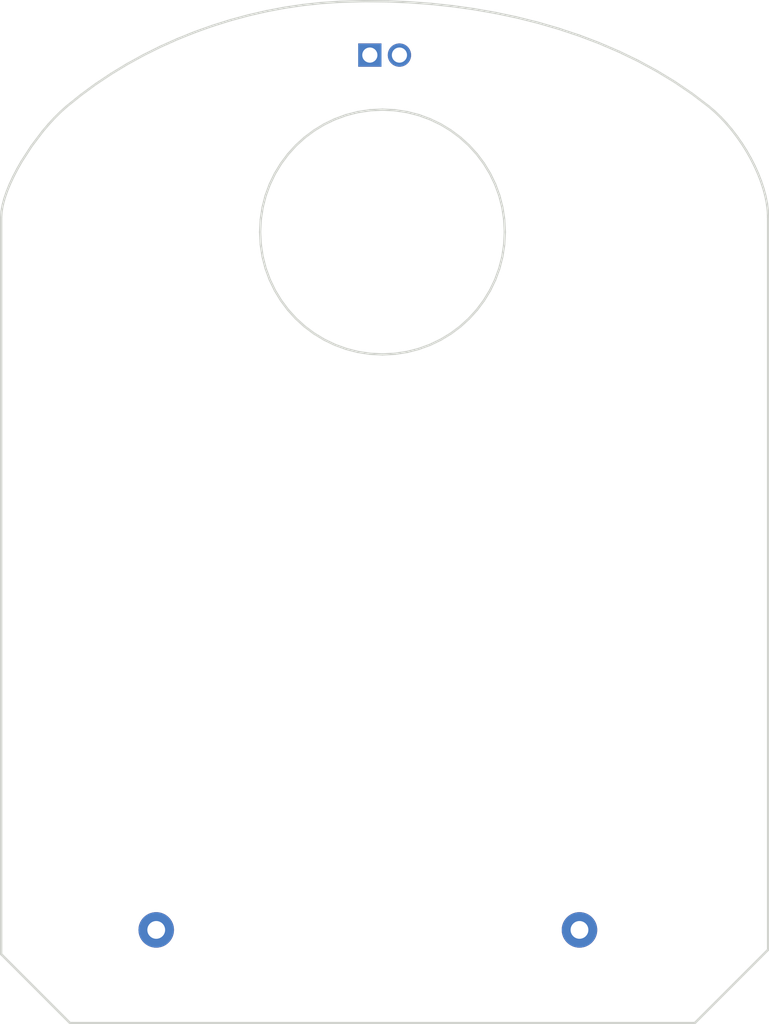
<source format=kicad_pcb>
(kicad_pcb (version 20171130) (host pcbnew "(5.1.5)-3")

  (general
    (thickness 1)
    (drawings 135)
    (tracks 0)
    (zones 0)
    (modules 3)
    (nets 1)
  )

  (page A4)
  (layers
    (0 F.Cu signal)
    (31 B.Cu signal)
    (32 B.Adhes user)
    (33 F.Adhes user)
    (34 B.Paste user)
    (35 F.Paste user)
    (36 B.SilkS user)
    (37 F.SilkS user)
    (38 B.Mask user)
    (39 F.Mask user)
    (40 Dwgs.User user)
    (41 Cmts.User user)
    (42 Eco1.User user)
    (43 Eco2.User user)
    (44 Edge.Cuts user)
    (45 Margin user)
    (46 B.CrtYd user)
    (47 F.CrtYd user)
    (48 B.Fab user)
    (49 F.Fab user)
  )

  (setup
    (last_trace_width 0.25)
    (trace_clearance 0.2)
    (zone_clearance 0.508)
    (zone_45_only no)
    (trace_min 0.2)
    (via_size 0.6)
    (via_drill 0.4)
    (via_min_size 0.4)
    (via_min_drill 0.3)
    (uvia_size 0.3)
    (uvia_drill 0.1)
    (uvias_allowed no)
    (uvia_min_size 0.2)
    (uvia_min_drill 0.1)
    (edge_width 0.15)
    (segment_width 0.2)
    (pcb_text_width 0.3)
    (pcb_text_size 1.5 1.5)
    (mod_edge_width 0.15)
    (mod_text_size 1 1)
    (mod_text_width 0.15)
    (pad_size 1.524 1.524)
    (pad_drill 0.762)
    (pad_to_mask_clearance 0.2)
    (aux_axis_origin 0 0)
    (visible_elements 7FFFFFFF)
    (pcbplotparams
      (layerselection 0x010f0_80000001)
      (usegerberextensions false)
      (usegerberattributes false)
      (usegerberadvancedattributes false)
      (creategerberjobfile false)
      (excludeedgelayer true)
      (linewidth 0.100000)
      (plotframeref false)
      (viasonmask false)
      (mode 1)
      (useauxorigin false)
      (hpglpennumber 1)
      (hpglpenspeed 20)
      (hpglpendiameter 15.000000)
      (psnegative false)
      (psa4output false)
      (plotreference true)
      (plotvalue true)
      (plotinvisibletext false)
      (padsonsilk false)
      (subtractmaskfromsilk false)
      (outputformat 1)
      (mirror false)
      (drillshape 1)
      (scaleselection 1)
      (outputdirectory "gerbers/"))
  )

  (net 0 "")

  (net_class Default "This is the default net class."
    (clearance 0.2)
    (trace_width 0.25)
    (via_dia 0.6)
    (via_drill 0.4)
    (uvia_dia 0.3)
    (uvia_drill 0.1)
  )

  (module Swadge_Parts:blade-plate-small-no-teeth (layer F.Cu) (tedit 5EC34884) (tstamp 5EC39EAD)
    (at 0 0)
    (fp_text reference Ref** (at -2.73 -22.99) (layer F.Fab) hide
      (effects (font (size 1.27 1.27) (thickness 0.15)))
    )
    (fp_text value Val** (at 2.74 -23.22) (layer F.Fab) hide
      (effects (font (size 1.27 1.27) (thickness 0.15)))
    )
    (fp_poly (pts (xy 0.465353 -17.218659) (xy 1.008915 -17.143734) (xy 1.524827 -17.011281) (xy 2.034229 -16.816401)
      (xy 2.344219 -16.668145) (xy 2.907487 -16.334403) (xy 3.415119 -15.941092) (xy 3.864546 -15.494612)
      (xy 4.2532 -15.001367) (xy 4.578512 -14.467758) (xy 4.837914 -13.900187) (xy 5.028836 -13.305056)
      (xy 5.148711 -12.688768) (xy 5.19497 -12.057724) (xy 5.165043 -11.418326) (xy 5.056363 -10.776977)
      (xy 4.91171 -10.268921) (xy 4.664674 -9.667566) (xy 4.346515 -9.1071) (xy 3.962819 -8.592577)
      (xy 3.519173 -8.129054) (xy 3.021164 -7.721586) (xy 2.474378 -7.375227) (xy 1.884401 -7.095034)
      (xy 1.256821 -6.886061) (xy 1.140626 -6.85648) (xy 0.900458 -6.811718) (xy 0.603953 -6.777227)
      (xy 0.273652 -6.753708) (xy -0.067903 -6.741865) (xy -0.398168 -6.742401) (xy -0.694602 -6.756018)
      (xy -0.934662 -6.783418) (xy -0.973667 -6.790563) (xy -1.641866 -6.959515) (xy -2.255584 -7.191153)
      (xy -2.820389 -7.488477) (xy -3.341851 -7.854488) (xy -3.825539 -8.292184) (xy -3.895547 -8.364595)
      (xy -4.324273 -8.874648) (xy -4.679409 -9.425876) (xy -4.96172 -10.019739) (xy -5.17197 -10.6577)
      (xy -5.235608 -10.923436) (xy -5.280819 -11.211147) (xy -5.308193 -11.554582) (xy -5.318013 -11.929144)
      (xy -5.315998 -12.032231) (xy -5.28143 -12.032231) (xy -5.248283 -11.398513) (xy -5.13543 -10.763686)
      (xy -5.013749 -10.340438) (xy -4.774422 -9.748061) (xy -4.463383 -9.194959) (xy -4.07718 -8.675612)
      (xy -3.747116 -8.31595) (xy -3.245135 -7.869428) (xy -2.701877 -7.495808) (xy -2.120853 -7.196919)
      (xy -1.505571 -6.97459) (xy -0.912827 -6.83933) (xy -0.565558 -6.798432) (xy -0.173224 -6.780891)
      (xy 0.227842 -6.786778) (xy 0.601303 -6.816163) (xy 0.744941 -6.836135) (xy 1.375855 -6.980325)
      (xy 1.980002 -7.201002) (xy 2.550749 -7.492751) (xy 3.081461 -7.850158) (xy 3.565505 -8.267809)
      (xy 3.996247 -8.740287) (xy 4.367054 -9.262179) (xy 4.671293 -9.82807) (xy 4.8059 -10.150926)
      (xy 4.993874 -10.767512) (xy 5.103109 -11.40157) (xy 5.134233 -12.043461) (xy 5.087875 -12.683549)
      (xy 4.964661 -13.312194) (xy 4.765219 -13.919761) (xy 4.527217 -14.429212) (xy 4.179785 -14.989197)
      (xy 3.776428 -15.490798) (xy 3.323542 -15.931993) (xy 2.827526 -16.310763) (xy 2.294776 -16.625088)
      (xy 1.731691 -16.872946) (xy 1.144669 -17.052317) (xy 0.540108 -17.161181) (xy -0.075595 -17.197518)
      (xy -0.696043 -17.159308) (xy -1.314836 -17.044529) (xy -1.925578 -16.851161) (xy -2.428886 -16.625913)
      (xy -2.994215 -16.291229) (xy -3.503613 -15.897626) (xy -3.954438 -15.451527) (xy -4.344048 -14.959356)
      (xy -4.669802 -14.427537) (xy -4.929059 -13.862491) (xy -5.119177 -13.270643) (xy -5.237515 -12.658415)
      (xy -5.28143 -12.032231) (xy -5.315998 -12.032231) (xy -5.310562 -12.310232) (xy -5.286123 -12.673249)
      (xy -5.244979 -12.993594) (xy -5.209812 -13.165667) (xy -5.00853 -13.815858) (xy -4.739552 -14.421458)
      (xy -4.407599 -14.978681) (xy -4.017392 -15.483743) (xy -3.573651 -15.932859) (xy -3.081096 -16.322243)
      (xy -2.544448 -16.648112) (xy -1.968428 -16.90668) (xy -1.357756 -17.094162) (xy -0.717153 -17.206774)
      (xy -0.127 -17.240958) (xy 0.465353 -17.218659)) (layer F.Fab) (width 0.01))
    (fp_poly (pts (xy 0.173974 -21.8786) (xy 0.563309 -21.873755) (xy 0.909079 -21.865258) (xy 1.198463 -21.852935)
      (xy 1.295517 -21.846898) (xy 2.781036 -21.708268) (xy 4.216766 -21.503015) (xy 5.602203 -21.231298)
      (xy 6.936839 -20.893275) (xy 8.220169 -20.489107) (xy 9.451686 -20.01895) (xy 10.630884 -19.482966)
      (xy 11.757257 -18.881313) (xy 12.805833 -18.230488) (xy 13.094129 -18.031368) (xy 13.400782 -17.807586)
      (xy 13.705986 -17.574457) (xy 13.989933 -17.347296) (xy 14.23282 -17.141418) (xy 14.341389 -17.043125)
      (xy 14.694035 -16.67657) (xy 15.043092 -16.244922) (xy 15.376359 -15.767318) (xy 15.681634 -15.26289)
      (xy 15.946716 -14.750775) (xy 16.159404 -14.250108) (xy 16.206886 -14.117557) (xy 16.229331 -14.054724)
      (xy 16.250459 -13.99945) (xy 16.270308 -13.949155) (xy 16.288919 -13.901259) (xy 16.30633 -13.853181)
      (xy 16.322582 -13.802342) (xy 16.337714 -13.746161) (xy 16.351766 -13.682058) (xy 16.364777 -13.607452)
      (xy 16.376788 -13.519765) (xy 16.387837 -13.416414) (xy 16.397965 -13.294821) (xy 16.407212 -13.152405)
      (xy 16.415615 -12.986585) (xy 16.423217 -12.794783) (xy 16.430055 -12.574416) (xy 16.436171 -12.322906)
      (xy 16.441602 -12.037671) (xy 16.44639 -11.716132) (xy 16.450574 -11.355709) (xy 16.454193 -10.953821)
      (xy 16.457287 -10.507889) (xy 16.459895 -10.015331) (xy 16.462058 -9.473568) (xy 16.463816 -8.880019)
      (xy 16.465206 -8.232105) (xy 16.466271 -7.527245) (xy 16.467048 -6.762859) (xy 16.467577 -5.936366)
      (xy 16.4679 -5.045187) (xy 16.468054 -4.086741) (xy 16.468079 -3.058449) (xy 16.468016 -1.957729)
      (xy 16.467904 -0.782002) (xy 16.467783 0.471312) (xy 16.467691 1.804795) (xy 16.467667 2.849899)
      (xy 16.467667 18.817596) (xy 14.911705 20.373131) (xy 13.355743 21.928667) (xy -13.52596 21.928667)
      (xy -14.975921 20.478249) (xy -16.42588 19.027832) (xy -16.425852 18.985497) (xy -16.38355 18.985497)
      (xy -14.933588 20.435915) (xy -13.483627 21.886333) (xy 13.31341 21.886333) (xy 14.869371 20.330798)
      (xy 16.425333 18.775262) (xy 16.425333 2.893188) (xy 16.425304 1.498298) (xy 16.42521 0.185579)
      (xy 16.425041 -1.047465) (xy 16.424787 -2.203331) (xy 16.424439 -3.284514) (xy 16.423987 -4.29351)
      (xy 16.423422 -5.232816) (xy 16.422732 -6.104926) (xy 16.42191 -6.912338) (xy 16.420944 -7.657547)
      (xy 16.419826 -8.343049) (xy 16.418544 -8.97134) (xy 16.417091 -9.544916) (xy 16.415455 -10.066273)
      (xy 16.413628 -10.537906) (xy 16.411598 -10.962313) (xy 16.409358 -11.341989) (xy 16.406896 -11.67943)
      (xy 16.404203 -11.977132) (xy 16.40127 -12.23759) (xy 16.398086 -12.463301) (xy 16.394642 -12.656761)
      (xy 16.390928 -12.820466) (xy 16.386934 -12.956912) (xy 16.382651 -13.068594) (xy 16.378068 -13.158009)
      (xy 16.373177 -13.227653) (xy 16.367967 -13.280021) (xy 16.362428 -13.31761) (xy 16.361933 -13.320249)
      (xy 16.208748 -13.921328) (xy 15.981288 -14.530384) (xy 15.687394 -15.134762) (xy 15.334905 -15.721806)
      (xy 14.931661 -16.27886) (xy 14.485501 -16.793269) (xy 14.004265 -17.252376) (xy 13.843266 -17.386247)
      (xy 12.926982 -18.068901) (xy 11.946586 -18.69925) (xy 10.905451 -19.276114) (xy 9.806954 -19.798315)
      (xy 8.654467 -20.264673) (xy 7.451365 -20.67401) (xy 6.201024 -21.025147) (xy 4.906817 -21.316906)
      (xy 3.572119 -21.548106) (xy 2.200304 -21.71757) (xy 1.210513 -21.799443) (xy 0.91651 -21.814825)
      (xy 0.562794 -21.826736) (xy 0.165925 -21.835169) (xy -0.257538 -21.840115) (xy -0.691036 -21.841567)
      (xy -1.118008 -21.839518) (xy -1.521897 -21.833959) (xy -1.886143 -21.824883) (xy -2.194185 -21.812281)
      (xy -2.370667 -21.801116) (xy -3.635386 -21.663797) (xy -4.887728 -21.449719) (xy -6.121187 -21.161056)
      (xy -7.329257 -20.799983) (xy -8.50543 -20.368674) (xy -9.6432 -19.869302) (xy -10.73606 -19.304044)
      (xy -11.777505 -18.675072) (xy -11.832167 -18.639328) (xy -12.42039 -18.24168) (xy -12.938907 -17.865614)
      (xy -13.397251 -17.502887) (xy -13.804956 -17.14526) (xy -14.171556 -16.784491) (xy -14.506585 -16.412339)
      (xy -14.736612 -16.128857) (xy -15.096466 -15.63788) (xy -15.429783 -15.12732) (xy -15.727146 -14.613758)
      (xy -15.979135 -14.113777) (xy -16.176332 -13.643956) (xy -16.223401 -13.511364) (xy -16.361833 -13.102167)
      (xy -16.372692 2.941665) (xy -16.38355 18.985497) (xy -16.425852 18.985497) (xy -16.415024 2.920499)
      (xy -16.404167 -13.186833) (xy -16.285413 -13.5255) (xy -16.059386 -14.085115) (xy -15.769412 -14.666447)
      (xy -15.426546 -15.251929) (xy -15.041844 -15.823997) (xy -14.62636 -16.365083) (xy -14.191149 -16.857622)
      (xy -14.183037 -16.866108) (xy -13.865495 -17.175005) (xy -13.483304 -17.508353) (xy -13.049295 -17.85646)
      (xy -12.576296 -18.209633) (xy -12.077135 -18.55818) (xy -11.564642 -18.892409) (xy -11.226589 -19.099694)
      (xy -10.927517 -19.270546) (xy -10.56952 -19.462591) (xy -10.172492 -19.666103) (xy -9.756327 -19.871355)
      (xy -9.34092 -20.068621) (xy -8.946164 -20.248174) (xy -8.591955 -20.400289) (xy -8.4455 -20.459396)
      (xy -7.50845 -20.804484) (xy -6.578283 -21.09853) (xy -5.635501 -21.346443) (xy -4.66061 -21.553132)
      (xy -3.634113 -21.723506) (xy -3.175 -21.786437) (xy -2.970525 -21.806664) (xy -2.694226 -21.824799)
      (xy -2.358924 -21.840669) (xy -1.97744 -21.8541) (xy -1.562596 -21.864918) (xy -1.127211 -21.872951)
      (xy -0.684107 -21.878024) (xy -0.246105 -21.879965) (xy 0.173974 -21.8786)) (layer F.Fab) (width 0.01))
    (pad 2 thru_hole rect (at -0.635 -19.6 90) (size 1 1) (drill 0.65) (layers *.Cu *.Mask))
    (pad 1 thru_hole circle (at 0.635 -19.6 180) (size 1 1) (drill 0.65) (layers *.Cu *.Mask))
    (pad 2 thru_hole circle (at 8.36 17.92) (size 1.524 1.524) (drill 0.762) (layers *.Cu *.Mask))
    (pad 1 thru_hole circle (at -9.8 17.92) (size 1.524 1.524) (drill 0.762) (layers *.Cu *.Mask))
  )

  (module LOGO (layer F.Cu) (tedit 0) (tstamp 0)
    (at 0 0)
    (fp_text reference G*** (at 0 0) (layer F.SilkS) hide
      (effects (font (size 1.524 1.524) (thickness 0.3)))
    )
    (fp_text value LOGO (at 0.75 0) (layer F.SilkS) hide
      (effects (font (size 1.524 1.524) (thickness 0.3)))
    )
  )

  (module LOGO (layer F.Cu) (tedit 0) (tstamp 0)
    (at 0 0)
    (fp_text reference G*** (at 0 0) (layer F.SilkS) hide
      (effects (font (size 1.524 1.524) (thickness 0.3)))
    )
    (fp_text value LOGO (at 0.75 0) (layer F.SilkS) hide
      (effects (font (size 1.524 1.524) (thickness 0.3)))
    )
    (fp_poly (pts (xy -9.692563 17.409914) (xy -9.514496 17.473058) (xy -9.376274 17.588316) (xy -9.335217 17.651614)
      (xy -9.278432 17.842872) (xy -9.292167 18.037136) (xy -9.36919 18.213107) (xy -9.502271 18.349487)
      (xy -9.588067 18.396381) (xy -9.741891 18.446298) (xy -9.872597 18.445283) (xy -10.021583 18.39457)
      (xy -10.173691 18.288476) (xy -10.273376 18.13814) (xy -10.31946 17.963436) (xy -10.310768 17.784235)
      (xy -10.246123 17.62041) (xy -10.124348 17.491832) (xy -10.076719 17.463216) (xy -9.887596 17.404696)
      (xy -9.692563 17.409914)) (layer F.Fab) (width 0.01))
    (fp_poly (pts (xy 8.546822 17.43336) (xy 8.716785 17.532192) (xy 8.825816 17.678704) (xy 8.881497 17.843374)
      (xy 8.876055 17.999034) (xy 8.830036 18.1379) (xy 8.721972 18.295538) (xy 8.564067 18.399946)
      (xy 8.378294 18.442736) (xy 8.18663 18.415519) (xy 8.145576 18.399178) (xy 7.975546 18.282292)
      (xy 7.86718 18.120361) (xy 7.831667 17.941522) (xy 7.864852 17.721756) (xy 7.959805 17.553164)
      (xy 8.10962 17.443235) (xy 8.307393 17.399456) (xy 8.331971 17.399) (xy 8.546822 17.43336)) (layer F.Fab) (width 0.01))
  )

  (gr_line (start -0.88858 -21.91229) (end -1.92211 -21.884379) (layer Edge.Cuts) (width 0.1))
  (gr_line (start -1.92211 -21.884379) (end -2.706949 -21.83285) (layer Edge.Cuts) (width 0.1))
  (gr_line (start -2.706949 -21.83285) (end -3.493749 -21.74867) (layer Edge.Cuts) (width 0.1))
  (gr_line (start -3.493749 -21.74867) (end -4.280585 -21.632301) (layer Edge.Cuts) (width 0.1))
  (gr_line (start -4.280585 -21.632301) (end -5.065536 -21.484206) (layer Edge.Cuts) (width 0.1))
  (gr_line (start -5.065536 -21.484206) (end -5.846676 -21.304848) (layer Edge.Cuts) (width 0.1))
  (gr_line (start -5.846676 -21.304848) (end -6.622084 -21.09469) (layer Edge.Cuts) (width 0.1))
  (gr_line (start -6.622084 -21.09469) (end -7.389835 -20.854195) (layer Edge.Cuts) (width 0.1))
  (gr_line (start -7.389835 -20.854195) (end -8.148005 -20.583826) (layer Edge.Cuts) (width 0.1))
  (gr_line (start -8.148005 -20.583826) (end -8.894672 -20.284045) (layer Edge.Cuts) (width 0.1))
  (gr_line (start -8.894672 -20.284045) (end -9.627912 -19.955315) (layer Edge.Cuts) (width 0.1))
  (gr_line (start -9.627912 -19.955315) (end -10.345802 -19.598099) (layer Edge.Cuts) (width 0.1))
  (gr_line (start -10.345802 -19.598099) (end -11.046417 -19.212861) (layer Edge.Cuts) (width 0.1))
  (gr_line (start -11.046417 -19.212861) (end -11.727835 -18.800062) (layer Edge.Cuts) (width 0.1))
  (gr_line (start -11.727835 -18.800062) (end -12.388132 -18.360166) (layer Edge.Cuts) (width 0.1))
  (gr_line (start -12.388132 -18.360166) (end -13.025385 -17.893635) (layer Edge.Cuts) (width 0.1))
  (gr_line (start -13.025385 -17.893635) (end -13.63767 -17.400932) (layer Edge.Cuts) (width 0.1))
  (gr_line (start -13.63767 -17.400932) (end -13.901368 -17.165314) (layer Edge.Cuts) (width 0.1))
  (gr_line (start -13.901368 -17.165314) (end -14.162977 -16.906301) (layer Edge.Cuts) (width 0.1))
  (gr_line (start -14.162977 -16.906301) (end -14.420438 -16.627142) (layer Edge.Cuts) (width 0.1))
  (gr_line (start -14.420438 -16.627142) (end -14.671692 -16.331088) (layer Edge.Cuts) (width 0.1))
  (gr_line (start -14.671692 -16.331088) (end -15.14734 -15.701294) (layer Edge.Cuts) (width 0.1))
  (gr_line (start -15.14734 -15.701294) (end -15.573448 -15.042919) (layer Edge.Cuts) (width 0.1))
  (gr_line (start -15.573448 -15.042919) (end -15.762776 -14.711138) (layer Edge.Cuts) (width 0.1))
  (gr_line (start -15.762776 -14.711138) (end -15.933541 -14.381962) (layer Edge.Cuts) (width 0.1))
  (gr_line (start -15.933541 -14.381962) (end -16.083685 -14.05864) (layer Edge.Cuts) (width 0.1))
  (gr_line (start -16.083685 -14.05864) (end -16.211147 -13.744423) (layer Edge.Cuts) (width 0.1))
  (gr_line (start -16.211147 -13.744423) (end -16.313869 -13.44256) (layer Edge.Cuts) (width 0.1))
  (gr_line (start -16.313869 -13.44256) (end -16.389791 -13.156302) (layer Edge.Cuts) (width 0.1))
  (gr_line (start -16.389791 -13.156302) (end -16.436855 -12.888899) (layer Edge.Cuts) (width 0.1))
  (gr_line (start -16.436855 -12.888899) (end -16.453 -12.643599) (layer Edge.Cuts) (width 0.1))
  (gr_line (start -16.453 -12.643599) (end -16.453 18.959112) (layer Edge.Cuts) (width 0.1))
  (gr_line (start -16.453 18.959112) (end -13.49866 21.913462) (layer Edge.Cuts) (width 0.1))
  (gr_line (start -13.49866 21.913462) (end 13.308488 21.913462) (layer Edge.Cuts) (width 0.1))
  (gr_line (start 13.308488 21.913462) (end 16.452998 18.768953) (layer Edge.Cuts) (width 0.1))
  (gr_line (start 16.452998 18.768953) (end 16.452998 -12.643599) (layer Edge.Cuts) (width 0.1))
  (gr_line (start 16.452998 -12.643599) (end 16.439774 -12.938487) (layer Edge.Cuts) (width 0.1))
  (gr_line (start 16.439774 -12.938487) (end 16.400974 -13.244023) (layer Edge.Cuts) (width 0.1))
  (gr_line (start 16.400974 -13.244023) (end 16.337905 -13.557998) (layer Edge.Cuts) (width 0.1))
  (gr_line (start 16.337905 -13.557998) (end 16.251874 -13.878197) (layer Edge.Cuts) (width 0.1))
  (gr_line (start 16.251874 -13.878197) (end 16.144189 -14.20241) (layer Edge.Cuts) (width 0.1))
  (gr_line (start 16.144189 -14.20241) (end 16.016157 -14.528424) (layer Edge.Cuts) (width 0.1))
  (gr_line (start 16.016157 -14.528424) (end 15.869084 -14.854027) (layer Edge.Cuts) (width 0.1))
  (gr_line (start 15.869084 -14.854027) (end 15.704278 -15.177006) (layer Edge.Cuts) (width 0.1))
  (gr_line (start 15.704278 -15.177006) (end 15.523047 -15.495149) (layer Edge.Cuts) (width 0.1))
  (gr_line (start 15.523047 -15.495149) (end 15.326698 -15.806245) (layer Edge.Cuts) (width 0.1))
  (gr_line (start 15.326698 -15.806245) (end 15.116537 -16.108081) (layer Edge.Cuts) (width 0.1))
  (gr_line (start 15.116537 -16.108081) (end 14.893872 -16.398444) (layer Edge.Cuts) (width 0.1))
  (gr_line (start 14.893872 -16.398444) (end 14.66001 -16.675123) (layer Edge.Cuts) (width 0.1))
  (gr_line (start 14.66001 -16.675123) (end 14.416259 -16.935906) (layer Edge.Cuts) (width 0.1))
  (gr_line (start 14.416259 -16.935906) (end 14.163926 -17.17858) (layer Edge.Cuts) (width 0.1))
  (gr_line (start 14.163926 -17.17858) (end 13.904317 -17.400932) (layer Edge.Cuts) (width 0.1))
  (gr_line (start 13.904317 -17.400932) (end 13.187645 -17.945693) (layer Edge.Cuts) (width 0.1))
  (gr_line (start 13.187645 -17.945693) (end 12.440942 -18.452545) (layer Edge.Cuts) (width 0.1))
  (gr_line (start 12.440942 -18.452545) (end 11.666569 -18.922086) (layer Edge.Cuts) (width 0.1))
  (gr_line (start 11.666569 -18.922086) (end 10.866885 -19.354914) (layer Edge.Cuts) (width 0.1))
  (gr_line (start 10.866885 -19.354914) (end 10.044249 -19.751628) (layer Edge.Cuts) (width 0.1))
  (gr_line (start 10.044249 -19.751628) (end 9.201021 -20.112826) (layer Edge.Cuts) (width 0.1))
  (gr_line (start 9.201021 -20.112826) (end 8.339561 -20.439105) (layer Edge.Cuts) (width 0.1))
  (gr_line (start 8.339561 -20.439105) (end 7.462228 -20.731064) (layer Edge.Cuts) (width 0.1))
  (gr_line (start 7.462228 -20.731064) (end 6.571382 -20.989301) (layer Edge.Cuts) (width 0.1))
  (gr_line (start 6.571382 -20.989301) (end 5.669382 -21.214414) (layer Edge.Cuts) (width 0.1))
  (gr_line (start 5.669382 -21.214414) (end 4.758588 -21.407002) (layer Edge.Cuts) (width 0.1))
  (gr_line (start 4.758588 -21.407002) (end 3.841359 -21.567661) (layer Edge.Cuts) (width 0.1))
  (gr_line (start 3.841359 -21.567661) (end 2.920056 -21.696991) (layer Edge.Cuts) (width 0.1))
  (gr_line (start 2.920056 -21.696991) (end 1.997036 -21.795589) (layer Edge.Cuts) (width 0.1))
  (gr_line (start 1.997036 -21.795589) (end 1.074661 -21.864053) (layer Edge.Cuts) (width 0.1))
  (gr_line (start 1.074661 -21.864053) (end 0.15529 -21.902982) (layer Edge.Cuts) (width 0.1))
  (gr_line (start 0.15529 -21.902982) (end -0.88858 -21.912282) (layer Edge.Cuts) (width 0.1))
  (gr_line (start -0.88858 -21.912282) (end -0.88858 -21.91229) (layer Edge.Cuts) (width 0.1))
  (gr_line (start -0.09225 -17.261411) (end 0.444505 -17.234289) (layer Edge.Cuts) (width 0.1))
  (gr_line (start 0.444505 -17.234289) (end 0.965754 -17.154721) (layer Edge.Cuts) (width 0.1))
  (gr_line (start 0.965754 -17.154721) (end 1.468859 -17.025347) (layer Edge.Cuts) (width 0.1))
  (gr_line (start 1.468859 -17.025347) (end 1.951182 -16.848804) (layer Edge.Cuts) (width 0.1))
  (gr_line (start 1.951182 -16.848804) (end 2.410083 -16.627732) (layer Edge.Cuts) (width 0.1))
  (gr_line (start 2.410083 -16.627732) (end 2.842925 -16.364768) (layer Edge.Cuts) (width 0.1))
  (gr_line (start 2.842925 -16.364768) (end 3.247068 -16.062552) (layer Edge.Cuts) (width 0.1))
  (gr_line (start 3.247068 -16.062552) (end 3.619874 -15.723722) (layer Edge.Cuts) (width 0.1))
  (gr_line (start 3.619874 -15.723722) (end 3.958704 -15.350916) (layer Edge.Cuts) (width 0.1))
  (gr_line (start 3.958704 -15.350916) (end 4.26092 -14.946774) (layer Edge.Cuts) (width 0.1))
  (gr_line (start 4.26092 -14.946774) (end 4.523884 -14.513933) (layer Edge.Cuts) (width 0.1))
  (gr_line (start 4.523884 -14.513933) (end 4.744956 -14.055032) (layer Edge.Cuts) (width 0.1))
  (gr_line (start 4.744956 -14.055032) (end 4.921498 -13.57271) (layer Edge.Cuts) (width 0.1))
  (gr_line (start 4.921498 -13.57271) (end 5.050872 -13.069605) (layer Edge.Cuts) (width 0.1))
  (gr_line (start 5.050872 -13.069605) (end 5.130439 -12.548357) (layer Edge.Cuts) (width 0.1))
  (gr_line (start 5.130439 -12.548357) (end 5.15756 -12.011602) (layer Edge.Cuts) (width 0.1))
  (gr_line (start 5.15756 -12.011602) (end 5.130439 -11.474848) (layer Edge.Cuts) (width 0.1))
  (gr_line (start 5.130439 -11.474848) (end 5.050872 -10.9536) (layer Edge.Cuts) (width 0.1))
  (gr_line (start 5.050872 -10.9536) (end 4.921498 -10.450495) (layer Edge.Cuts) (width 0.1))
  (gr_line (start 4.921498 -10.450495) (end 4.744956 -9.968173) (layer Edge.Cuts) (width 0.1))
  (gr_line (start 4.744956 -9.968173) (end 4.523884 -9.509272) (layer Edge.Cuts) (width 0.1))
  (gr_line (start 4.523884 -9.509272) (end 4.26092 -9.076431) (layer Edge.Cuts) (width 0.1))
  (gr_line (start 4.26092 -9.076431) (end 3.958704 -8.672288) (layer Edge.Cuts) (width 0.1))
  (gr_line (start 3.958704 -8.672288) (end 3.619874 -8.299483) (layer Edge.Cuts) (width 0.1))
  (gr_line (start 3.619874 -8.299483) (end 3.247068 -7.960652) (layer Edge.Cuts) (width 0.1))
  (gr_line (start 3.247068 -7.960652) (end 2.842925 -7.658436) (layer Edge.Cuts) (width 0.1))
  (gr_line (start 2.842925 -7.658436) (end 2.410083 -7.395472) (layer Edge.Cuts) (width 0.1))
  (gr_line (start 2.410083 -7.395472) (end 1.951182 -7.1744) (layer Edge.Cuts) (width 0.1))
  (gr_line (start 1.951182 -7.1744) (end 1.468859 -6.997857) (layer Edge.Cuts) (width 0.1))
  (gr_line (start 1.468859 -6.997857) (end 0.965754 -6.868483) (layer Edge.Cuts) (width 0.1))
  (gr_line (start 0.965754 -6.868483) (end 0.444505 -6.788915) (layer Edge.Cuts) (width 0.1))
  (gr_line (start 0.444505 -6.788915) (end -0.09225 -6.761793) (layer Edge.Cuts) (width 0.1))
  (gr_line (start -0.09225 -6.761793) (end -0.629003 -6.788915) (layer Edge.Cuts) (width 0.1))
  (gr_line (start -0.629003 -6.788915) (end -1.150251 -6.868483) (layer Edge.Cuts) (width 0.1))
  (gr_line (start -1.150251 -6.868483) (end -1.653355 -6.997857) (layer Edge.Cuts) (width 0.1))
  (gr_line (start -1.653355 -6.997857) (end -2.135676 -7.1744) (layer Edge.Cuts) (width 0.1))
  (gr_line (start -2.135676 -7.1744) (end -2.594577 -7.395472) (layer Edge.Cuts) (width 0.1))
  (gr_line (start -2.594577 -7.395472) (end -3.027417 -7.658436) (layer Edge.Cuts) (width 0.1))
  (gr_line (start -3.027417 -7.658436) (end -3.43156 -7.960652) (layer Edge.Cuts) (width 0.1))
  (gr_line (start -3.43156 -7.960652) (end -3.804365 -8.299483) (layer Edge.Cuts) (width 0.1))
  (gr_line (start -3.804365 -8.299483) (end -4.143195 -8.672288) (layer Edge.Cuts) (width 0.1))
  (gr_line (start -4.143195 -8.672288) (end -4.445411 -9.076431) (layer Edge.Cuts) (width 0.1))
  (gr_line (start -4.445411 -9.076431) (end -4.708374 -9.509272) (layer Edge.Cuts) (width 0.1))
  (gr_line (start -4.708374 -9.509272) (end -4.929446 -9.968173) (layer Edge.Cuts) (width 0.1))
  (gr_line (start -4.929446 -9.968173) (end -5.105989 -10.450495) (layer Edge.Cuts) (width 0.1))
  (gr_line (start -5.105989 -10.450495) (end -5.235362 -10.9536) (layer Edge.Cuts) (width 0.1))
  (gr_line (start -5.235362 -10.9536) (end -5.314929 -11.474848) (layer Edge.Cuts) (width 0.1))
  (gr_line (start -5.314929 -11.474848) (end -5.34205 -12.011602) (layer Edge.Cuts) (width 0.1))
  (gr_line (start -5.34205 -12.011602) (end -5.314929 -12.548357) (layer Edge.Cuts) (width 0.1))
  (gr_line (start -5.314929 -12.548357) (end -5.235362 -13.069605) (layer Edge.Cuts) (width 0.1))
  (gr_line (start -5.235362 -13.069605) (end -5.105989 -13.57271) (layer Edge.Cuts) (width 0.1))
  (gr_line (start -5.105989 -13.57271) (end -4.929446 -14.055032) (layer Edge.Cuts) (width 0.1))
  (gr_line (start -4.929446 -14.055032) (end -4.708374 -14.513933) (layer Edge.Cuts) (width 0.1))
  (gr_line (start -4.708374 -14.513933) (end -4.445411 -14.946774) (layer Edge.Cuts) (width 0.1))
  (gr_line (start -4.445411 -14.946774) (end -4.143195 -15.350916) (layer Edge.Cuts) (width 0.1))
  (gr_line (start -4.143195 -15.350916) (end -3.804365 -15.723722) (layer Edge.Cuts) (width 0.1))
  (gr_line (start -3.804365 -15.723722) (end -3.43156 -16.062552) (layer Edge.Cuts) (width 0.1))
  (gr_line (start -3.43156 -16.062552) (end -3.027417 -16.364768) (layer Edge.Cuts) (width 0.1))
  (gr_line (start -3.027417 -16.364768) (end -2.594577 -16.627732) (layer Edge.Cuts) (width 0.1))
  (gr_line (start -2.594577 -16.627732) (end -2.135676 -16.848804) (layer Edge.Cuts) (width 0.1))
  (gr_line (start -2.135676 -16.848804) (end -1.653355 -17.025347) (layer Edge.Cuts) (width 0.1))
  (gr_line (start -1.653355 -17.025347) (end -1.150251 -17.154721) (layer Edge.Cuts) (width 0.1))
  (gr_line (start -1.150251 -17.154721) (end -0.629003 -17.234289) (layer Edge.Cuts) (width 0.1))
  (gr_line (start -0.629003 -17.234289) (end -0.09225 -17.261411) (layer Edge.Cuts) (width 0.1))
  (gr_line (start -0.09225 -17.261411) (end -0.09225 -17.261411) (layer Edge.Cuts) (width 0.1))

)

</source>
